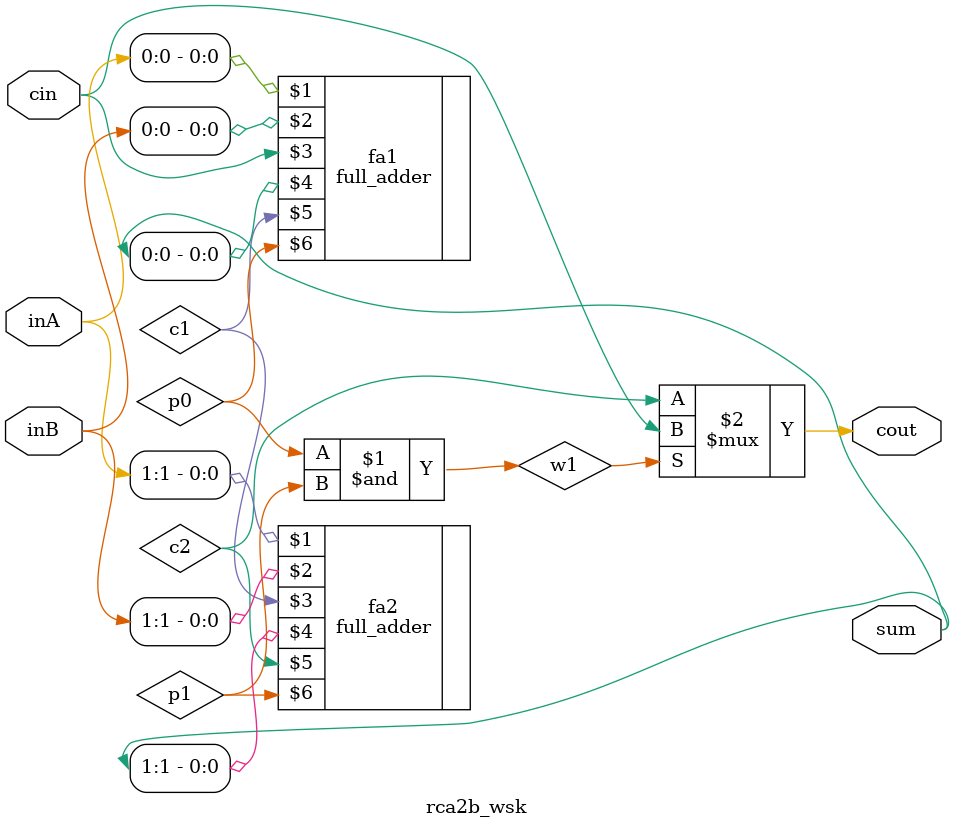
<source format=v>
`timescale 1ns / 1ps
module rca2b_wsk(inA, inB, cin, sum, cout
    );
	
	// Assigning ports as in/out
	input [1:0] inA, inB;
	input cin;
	output [1:0] sum;
	output cout;
	
	// Logic
	//// Making necessary wires
	wire c1, c2, p0, p1, w1;
	//
	//// Connection of FA stages
	full_adder fa1(inA[0], inB[0], cin, sum[0], c1, p0);
	full_adder fa2(inA[1], inB[1], c1, sum[1], c2, p1);
	//
	//// Skip mechanism
	////// w1 = p0*p1
	and g1(w1, p0, p1);
	////
	////// cout = cin 	if w1 = 1
	//////		= c2 		if w1 = 0
	assign cout = (w1) ? cin : c2;
	
endmodule

</source>
